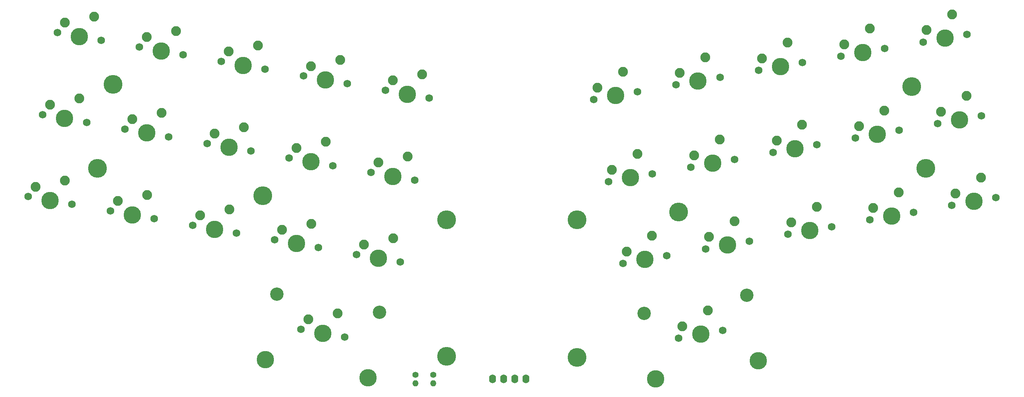
<source format=gbs>
G04 #@! TF.GenerationSoftware,KiCad,Pcbnew,5.1.8*
G04 #@! TF.CreationDate,2020-11-10T13:53:45-05:00*
G04 #@! TF.ProjectId,pcb,7063622e-6b69-4636-9164-5f7063625858,rev?*
G04 #@! TF.SameCoordinates,Original*
G04 #@! TF.FileFunction,Soldermask,Bot*
G04 #@! TF.FilePolarity,Negative*
%FSLAX46Y46*%
G04 Gerber Fmt 4.6, Leading zero omitted, Abs format (unit mm)*
G04 Created by KiCad (PCBNEW 5.1.8) date 2020-11-10 13:53:45*
%MOMM*%
%LPD*%
G01*
G04 APERTURE LIST*
%ADD10C,4.300000*%
%ADD11O,1.600000X2.000000*%
%ADD12C,3.987800*%
%ADD13C,3.048000*%
%ADD14C,1.750000*%
%ADD15C,2.250000*%
%ADD16O,1.400000X1.400000*%
%ADD17C,1.400000*%
G04 APERTURE END LIST*
D10*
X183000000Y-87250000D03*
X88000000Y-83500000D03*
X239500000Y-77250000D03*
X236250000Y-58500000D03*
X50250000Y-77250000D03*
X53750000Y-58000000D03*
X159750000Y-89000000D03*
X130000000Y-89000000D03*
X159750000Y-120500000D03*
X130000000Y-120250000D03*
D11*
X140500000Y-125400000D03*
X143040000Y-125400000D03*
X148120000Y-125400000D03*
X145580000Y-125400000D03*
D12*
X201188833Y-121270089D03*
X177738098Y-125405087D03*
D13*
X198542435Y-106261619D03*
X175091700Y-110396616D03*
D14*
X193032823Y-114325867D03*
X183027177Y-116090133D03*
D15*
X183836816Y-113368188D03*
D12*
X188030000Y-115208000D03*
D15*
X189649279Y-109764110D03*
D12*
X112004402Y-125164587D03*
X88553667Y-121029589D03*
D13*
X114650800Y-110156116D03*
X91200065Y-106021119D03*
D14*
X106715323Y-115849633D03*
X96709677Y-114085367D03*
D15*
X98401449Y-111804489D03*
D12*
X101712500Y-114967500D03*
D15*
X105096044Y-110405743D03*
D14*
X173632823Y-59700867D03*
X163627177Y-61465133D03*
D15*
X164436816Y-58743188D03*
D12*
X168630000Y-60583000D03*
D15*
X170249279Y-55139110D03*
D14*
X255432823Y-83925867D03*
X245427177Y-85690133D03*
D15*
X246236816Y-82968188D03*
D12*
X250430000Y-84808000D03*
D15*
X252049279Y-79364110D03*
D14*
X236657823Y-87275867D03*
X226652177Y-89040133D03*
D15*
X227461816Y-86318188D03*
D12*
X231655000Y-88158000D03*
D15*
X233274279Y-82714110D03*
D14*
X217932823Y-90575867D03*
X207927177Y-92340133D03*
D15*
X208736816Y-89618188D03*
D12*
X212930000Y-91458000D03*
D15*
X214549279Y-86014110D03*
D14*
X199157823Y-93900867D03*
X189152177Y-95665133D03*
D15*
X189961816Y-92943188D03*
D12*
X194155000Y-94783000D03*
D15*
X195774279Y-89339110D03*
D14*
X180307823Y-97225867D03*
X170302177Y-98990133D03*
D15*
X171111816Y-96268188D03*
D12*
X175305000Y-98108000D03*
D15*
X176924279Y-92664110D03*
D14*
X119415323Y-98699633D03*
X109409677Y-96935367D03*
D15*
X111101449Y-94654489D03*
D12*
X114412500Y-97817500D03*
D15*
X117796044Y-93255743D03*
D14*
X100715323Y-95349633D03*
X90709677Y-93585367D03*
D15*
X92401449Y-91304489D03*
D12*
X95712500Y-94467500D03*
D15*
X99096044Y-89905743D03*
D14*
X82015323Y-92049633D03*
X72009677Y-90285367D03*
D15*
X73701449Y-88004489D03*
D12*
X77012500Y-91167500D03*
D15*
X80396044Y-86605743D03*
D14*
X63215323Y-88774633D03*
X53209677Y-87010367D03*
D15*
X54901449Y-84729489D03*
D12*
X58212500Y-87892500D03*
D15*
X61596044Y-83330743D03*
D14*
X44415323Y-85474633D03*
X34409677Y-83710367D03*
D15*
X36101449Y-81429489D03*
D12*
X39412500Y-84592500D03*
D15*
X42796044Y-80030743D03*
D14*
X252157823Y-65225867D03*
X242152177Y-66990133D03*
D15*
X242961816Y-64268188D03*
D12*
X247155000Y-66108000D03*
D15*
X248774279Y-60664110D03*
D14*
X233382823Y-68550867D03*
X223377177Y-70315133D03*
D15*
X224186816Y-67593188D03*
D12*
X228380000Y-69433000D03*
D15*
X229999279Y-63989110D03*
D14*
X214607823Y-71850867D03*
X204602177Y-73615133D03*
D15*
X205411816Y-70893188D03*
D12*
X209605000Y-72733000D03*
D15*
X211224279Y-67289110D03*
D14*
X195782823Y-75200867D03*
X185777177Y-76965133D03*
D15*
X186586816Y-74243188D03*
D12*
X190780000Y-76083000D03*
D15*
X192399279Y-70639110D03*
D14*
X176986709Y-78493143D03*
X166981063Y-80257409D03*
D15*
X167790702Y-77535464D03*
D12*
X171983886Y-79375276D03*
D15*
X173603165Y-73931386D03*
D14*
X122715323Y-79949633D03*
X112709677Y-78185367D03*
D15*
X114401449Y-75904489D03*
D12*
X117712500Y-79067500D03*
D15*
X121096044Y-74505743D03*
D14*
X103990323Y-76624633D03*
X93984677Y-74860367D03*
D15*
X95676449Y-72579489D03*
D12*
X98987500Y-75742500D03*
D15*
X102371044Y-71180743D03*
D14*
X85265323Y-73299633D03*
X75259677Y-71535367D03*
D15*
X76951449Y-69254489D03*
D12*
X80262500Y-72417500D03*
D15*
X83646044Y-67855743D03*
D14*
X66515323Y-69999633D03*
X56509677Y-68235367D03*
D15*
X58201449Y-65954489D03*
D12*
X61512500Y-69117500D03*
D15*
X64896044Y-64555743D03*
D14*
X47740323Y-66699633D03*
X37734677Y-64935367D03*
D15*
X39426449Y-62654489D03*
D12*
X42737500Y-65817500D03*
D15*
X46121044Y-61255743D03*
D14*
X248832823Y-46572867D03*
X238827177Y-48337133D03*
D15*
X239636816Y-45615188D03*
D12*
X243830000Y-47455000D03*
D15*
X245449279Y-42011110D03*
D14*
X230046823Y-49822867D03*
X220041177Y-51587133D03*
D15*
X220850816Y-48865188D03*
D12*
X225044000Y-50705000D03*
D15*
X226663279Y-45261110D03*
D14*
X211257823Y-53050867D03*
X201252177Y-54815133D03*
D15*
X202061816Y-52093188D03*
D12*
X206255000Y-53933000D03*
D15*
X207874279Y-48489110D03*
D14*
X192432823Y-56375867D03*
X182427177Y-58140133D03*
D15*
X183236816Y-55418188D03*
D12*
X187430000Y-57258000D03*
D15*
X189049279Y-51814110D03*
D14*
X126040323Y-61174633D03*
X116034677Y-59410367D03*
D15*
X117726449Y-57129489D03*
D12*
X121037500Y-60292500D03*
D15*
X124421044Y-55730743D03*
D14*
X107290323Y-57874633D03*
X97284677Y-56110367D03*
D15*
X98976449Y-53829489D03*
D12*
X102287500Y-56992500D03*
D15*
X105671044Y-52430743D03*
D14*
X88540323Y-54549633D03*
X78534677Y-52785367D03*
D15*
X80226449Y-50504489D03*
D12*
X83537500Y-53667500D03*
D15*
X86921044Y-49105743D03*
D14*
X69815323Y-51249633D03*
X59809677Y-49485367D03*
D15*
X61501449Y-47204489D03*
D12*
X64812500Y-50367500D03*
D15*
X68196044Y-45805743D03*
D14*
X51065323Y-47949633D03*
X41059677Y-46185367D03*
D15*
X42751449Y-43904489D03*
D12*
X46062500Y-47067500D03*
D15*
X49446044Y-42505743D03*
D16*
X126900000Y-126400000D03*
D17*
X126900000Y-124500000D03*
D16*
X122900000Y-126400000D03*
D17*
X122900000Y-124500000D03*
M02*

</source>
